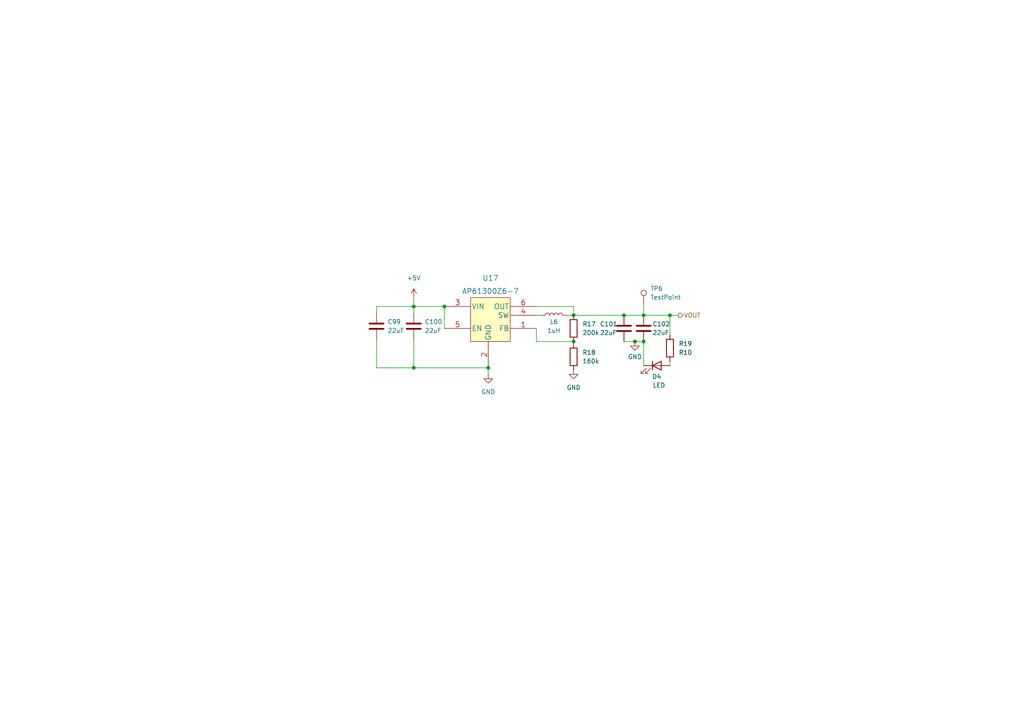
<source format=kicad_sch>
(kicad_sch (version 20211123) (generator eeschema)
  (paper "A4")
  (lib_symbols
    (symbol "AP61300Z6-7:AP61300Z6-7" (pin_names (offset 0.254))
      (property "Reference" "U?" (at 5.08 6.35 0))
      (property "Value" "AP61300Z6-7" (at 6.35 3.81 0))
      (symbol "AP61300Z6-7_0_1"
        (rectangle (start 0 -20.32) (end 0 -20.32))
        (rectangle (start 0 0) (end 11.43 -12.7) (fill (type background)))
      )
      (symbol "AP61300Z6-7_1_1"
        (pin input line (at 19.05 -8.89 180) (length 7.62) (name "FB") (number "1"))
        (pin power_in line (at 5.08 -20.32 90) (length 7.62) (name "GND") (number "2"))
        (pin power_in line (at -7.62 -2.54 0) (length 7.62) (name "VIN") (number "3"))
        (pin output line (at 19.05 -5.08 180) (length 7.62) (name "SW") (number "4"))
        (pin input line (at -7.62 -8.89 0) (length 7.62) (name "EN") (number "5"))
        (pin output line (at 19.05 -2.54 180) (length 7.62) (name "OUT") (number "6"))
      )
    )
    (symbol "Connector:TestPoint" (pin_numbers hide) (pin_names (offset 0.762) hide)
      (property "Reference" "TP" (at 0 6.858 0))
      (property "Value" "TestPoint" (at 0 5.08 0))
      (symbol "TestPoint_0_1"
        (circle (center 0 3.302) (radius 0.762))
      )
      (symbol "TestPoint_1_1"
        (pin passive line (at 0 0 90) (length 2.54) (name "1") (number "1"))
      )
    )
    (symbol "Device:C" (pin_numbers hide) (pin_names (offset 0.254))
      (property "Reference" "C" (at 0.635 2.54 0))
      (property "Value" "C" (at 0.635 -2.54 0))
      (symbol "C_0_1"
        (polyline (pts (xy -2.032 -0.762) (xy 2.032 -0.762)) (stroke (width 0.508)))
        (polyline (pts (xy -2.032 0.762) (xy 2.032 0.762)) (stroke (width 0.508)))
      )
      (symbol "C_1_1"
        (pin passive line (at 0 3.81 270) (length 2.794) (name "~") (number "1"))
        (pin passive line (at 0 -3.81 90) (length 2.794) (name "~") (number "2"))
      )
    )
    (symbol "Device:L" (pin_numbers hide) (pin_names (offset 1.016) hide)
      (property "Reference" "L" (at -1.27 0 90))
      (property "Value" "L" (at 1.905 0 90))
      (symbol "L_0_1"
        (arc (start 0 -2.54) (mid 0.635 -1.905) (end 0 -1.27))
        (arc (start 0 -1.27) (mid 0.635 -0.635) (end 0 0))
        (arc (start 0 0) (mid 0.635 0.635) (end 0 1.27))
        (arc (start 0 1.27) (mid 0.635 1.905) (end 0 2.54))
      )
      (symbol "L_1_1"
        (pin passive line (at 0 3.81 270) (length 1.27) (name "1") (number "1"))
        (pin passive line (at 0 -3.81 90) (length 1.27) (name "2") (number "2"))
      )
    )
    (symbol "Device:LED" (pin_numbers hide) (pin_names (offset 1.016) hide)
      (property "Reference" "D" (at 0 2.54 0))
      (property "Value" "LED" (at 0 -2.54 0))
      (symbol "LED_0_1"
        (polyline (pts (xy -1.27 -1.27) (xy -1.27 1.27)) (stroke (width 0.254)))
        (polyline (pts (xy -1.27 0) (xy 1.27 0)))
        (polyline (pts (xy 1.27 -1.27) (xy 1.27 1.27) (xy -1.27 0) (xy 1.27 -1.27)) (stroke (width 0.254)))
        (polyline (pts (xy -3.048 -0.762) (xy -4.572 -2.286) (xy -3.81 -2.286) (xy -4.572 -2.286) (xy -4.572 -1.524)))
        (polyline (pts (xy -1.778 -0.762) (xy -3.302 -2.286) (xy -2.54 -2.286) (xy -3.302 -2.286) (xy -3.302 -1.524)))
      )
      (symbol "LED_1_1"
        (pin passive line (at -3.81 0 0) (length 2.54) (name "K") (number "1"))
        (pin passive line (at 3.81 0 180) (length 2.54) (name "A") (number "2"))
      )
    )
    (symbol "Device:R" (pin_numbers hide) (pin_names (offset 0))
      (property "Reference" "R" (at 2.032 0 90))
      (property "Value" "R" (at 0 0 90))
      (symbol "R_0_1"
        (rectangle (start -1.016 -2.54) (end 1.016 2.54) (stroke (width 0.254)))
      )
      (symbol "R_1_1"
        (pin passive line (at 0 3.81 270) (length 1.27) (name "~") (number "1"))
        (pin passive line (at 0 -3.81 90) (length 1.27) (name "~") (number "2"))
      )
    )
    (symbol "power:+5V" (power) (pin_names (offset 0))
      (property "Value" "+5V" (at 0 3.556 0))
      (symbol "+5V_0_1"
        (polyline (pts (xy -0.762 1.27) (xy 0 2.54)))
        (polyline (pts (xy 0 0) (xy 0 2.54)))
        (polyline (pts (xy 0 2.54) (xy 0.762 1.27)))
      )
      (symbol "+5V_1_1"
        (pin power_in line (at 0 0 90) (length 0) hide (name "+5V") (number "1"))
      )
    )
    (symbol "power:GND" (power) (pin_names (offset 0))
      (property "Value" "GND" (at 0 -3.81 0))
      (symbol "GND_0_1"
        (polyline (pts (xy 0 0) (xy 0 -1.27) (xy 1.27 -1.27) (xy 0 -2.54) (xy -1.27 -1.27) (xy 0 -1.27)))
      )
      (symbol "GND_1_1"
        (pin power_in line (at 0 0 270) (length 0) hide (name "GND") (number "1"))
      )
    )
  )
  (junction (at 120.015 106.68))
  (junction (at 184.15 99.06))
  (junction (at 186.69 91.44))
  (junction (at 120.015 88.9))
  (junction (at 180.975 91.44))
  (junction (at 128.905 88.9))
  (junction (at 194.31 91.44))
  (junction (at 141.605 106.68))
  (junction (at 166.37 99.06))
  (junction (at 166.37 91.44))
  (junction (at 186.69 99.06))
  (wire (pts (xy 184.15 99.06) (xy 180.975 99.06)))
  (wire (pts (xy 109.22 98.425) (xy 109.22 106.68)))
  (wire (pts (xy 186.69 106.045) (xy 186.69 99.06)))
  (wire (pts (xy 120.015 98.425) (xy 120.015 106.68)))
  (wire (pts (xy 120.015 88.9) (xy 128.905 88.9)))
  (wire (pts (xy 164.465 91.44) (xy 166.37 91.44)))
  (wire (pts (xy 166.37 91.44) (xy 166.37 88.9)))
  (wire (pts (xy 120.015 88.9) (xy 120.015 90.805)))
  (wire (pts (xy 186.69 91.44) (xy 194.31 91.44)))
  (wire (pts (xy 166.37 99.06) (xy 166.37 99.695)))
  (wire (pts (xy 120.015 106.68) (xy 141.605 106.68)))
  (wire (pts (xy 109.22 106.68) (xy 120.015 106.68)))
  (wire (pts (xy 184.15 99.06) (xy 186.69 99.06)))
  (wire (pts (xy 120.015 86.36) (xy 120.015 88.9)))
  (wire (pts (xy 141.605 106.68) (xy 141.605 108.585)))
  (wire (pts (xy 120.015 88.9) (xy 109.22 88.9)))
  (wire (pts (xy 186.69 88.265) (xy 186.69 91.44)))
  (wire (pts (xy 155.575 99.06) (xy 166.37 99.06)))
  (wire (pts (xy 128.905 95.25) (xy 128.905 88.9)))
  (wire (pts (xy 194.31 104.775) (xy 194.31 106.045)))
  (wire (pts (xy 155.575 91.44) (xy 156.845 91.44)))
  (wire (pts (xy 109.22 88.9) (xy 109.22 90.805)))
  (wire (pts (xy 166.37 88.9) (xy 155.575 88.9)))
  (wire (pts (xy 155.575 95.25) (xy 155.575 99.06)))
  (wire (pts (xy 194.31 91.44) (xy 196.85 91.44)))
  (wire (pts (xy 194.31 91.44) (xy 194.31 97.155)))
  (wire (pts (xy 180.975 91.44) (xy 186.69 91.44)))
  (wire (pts (xy 166.37 91.44) (xy 180.975 91.44)))
  (hierarchical_label "VOUT" (shape output) (at 196.85 91.44 0))
  (symbol (lib_id "Connector:TestPoint") (at 186.69 88.265 0)
    (property "Reference" "TP6" (at 188.595 83.6929 0) (effects (justify left)))
    (property "Value" "TestPoint" (at 188.595 86.2329 0) (effects (justify left)))
    (property "Footprint" "TestPoint:TestPoint_Plated_Hole_D2.0mm" (effects hide))
  )
  (symbol (lib_id "Device:R") (at 166.37 95.25 0)
    (property "Reference" "R17" (at 168.91 93.9799 0) (effects (justify left)))
    (property "Value" "200k" (at 168.91 96.5199 0) (effects (justify left)))
    (property "Footprint" "Resistor_SMD:R_0603_1608Metric" (effects hide))
  )
  (symbol (lib_id "power:+5V") (at 120.015 86.36 0)
    (property "Reference" "#PWR0227" (effects hide))
    (property "Value" "+5V" (at 120.015 80.645 0))
  )
  (symbol (lib_id "power:GND") (at 184.15 99.06 0)
    (property "Reference" "#PWR0224" (effects hide))
    (property "Value" "GND" (at 184.15 103.505 0))
  )
  (symbol (lib_id "power:GND") (at 141.605 108.585 0)
    (property "Reference" "#PWR0226" (effects hide))
    (property "Value" "GND" (at 141.605 113.665 0))
  )
  (symbol (lib_id "Device:C") (at 109.22 94.615 0)
    (property "Reference" "C99" (at 112.395 93.3449 0) (effects (justify left)))
    (property "Value" "22uF" (at 112.395 95.8849 0) (effects (justify left)))
    (property "Footprint" "Capacitor_SMD:C_1206_3216Metric" (effects hide))
  )
  (symbol (lib_id "Device:C") (at 120.015 94.615 0)
    (property "Reference" "C100" (at 123.19 93.3449 0) (effects (justify left)))
    (property "Value" "22uF" (at 123.19 95.8849 0) (effects (justify left)))
    (property "Footprint" "Capacitor_SMD:C_0603_1608Metric" (effects hide))
  )
  (symbol (lib_id "Device:LED") (at 190.5 106.045 0)
    (property "Reference" "D4" (at 190.5 109.22 0))
    (property "Value" "LED" (at 191.135 111.76 0))
    (property "Footprint" "LED_SMD:LED_0603_1608Metric_Pad1.05x0.95mm_HandSolder" (effects hide))
  )
  (symbol (lib_id "Device:R") (at 194.31 100.965 0)
    (property "Reference" "R19" (at 196.85 99.6949 0) (effects (justify left)))
    (property "Value" "R10" (at 196.85 102.2349 0) (effects (justify left)))
    (property "Footprint" "Resistor_SMD:R_0603_1608Metric" (effects hide))
  )
  (symbol (lib_id "Device:C") (at 180.975 95.25 0)
    (property "Reference" "C101" (at 173.99 93.98 0) (effects (justify left)))
    (property "Value" "22uF" (at 173.99 96.52 0) (effects (justify left)))
    (property "Footprint" "Capacitor_SMD:C_0603_1608Metric" (effects hide))
  )
  (symbol (lib_id "power:GND") (at 166.37 107.315 0)
    (property "Reference" "#PWR0225" (effects hide))
    (property "Value" "GND" (at 166.37 112.395 0))
  )
  (symbol (lib_id "Device:R") (at 166.37 103.505 0)
    (property "Reference" "R18" (at 168.91 102.2349 0) (effects (justify left)))
    (property "Value" "160k" (at 168.91 104.7749 0) (effects (justify left)))
    (property "Footprint" "Resistor_SMD:R_0603_1608Metric" (effects hide))
  )
  (symbol (lib_id "Device:L") (at 160.655 91.44 90)
    (property "Reference" "L6" (at 160.655 93.345 90))
    (property "Value" "1uH" (at 160.655 95.885 90))
    (property "Footprint" "Inductor_SMD:L_0805_2012Metric" (effects hide))
  )
  (symbol (lib_id "AP61300Z6-7:AP61300Z6-7") (at 136.525 86.36 0)
    (property "Reference" "U17" (at 142.24 80.645 0) (effects (font (size 1.524 1.524))))
    (property "Value" "AP61300Z6-7" (at 142.24 84.455 0) (effects (font (size 1.524 1.524))))
    (property "Footprint" "Package_TO_SOT_SMD:SOT-563" (effects hide))
  )
  (symbol (lib_id "Device:C") (at 186.69 95.25 0)
    (property "Reference" "C102" (at 189.23 93.98 0) (effects (justify left)))
    (property "Value" "22uF" (at 189.23 96.52 0) (effects (justify left)))
    (property "Footprint" "Capacitor_SMD:C_1206_3216Metric" (effects hide))
  )
)
</source>
